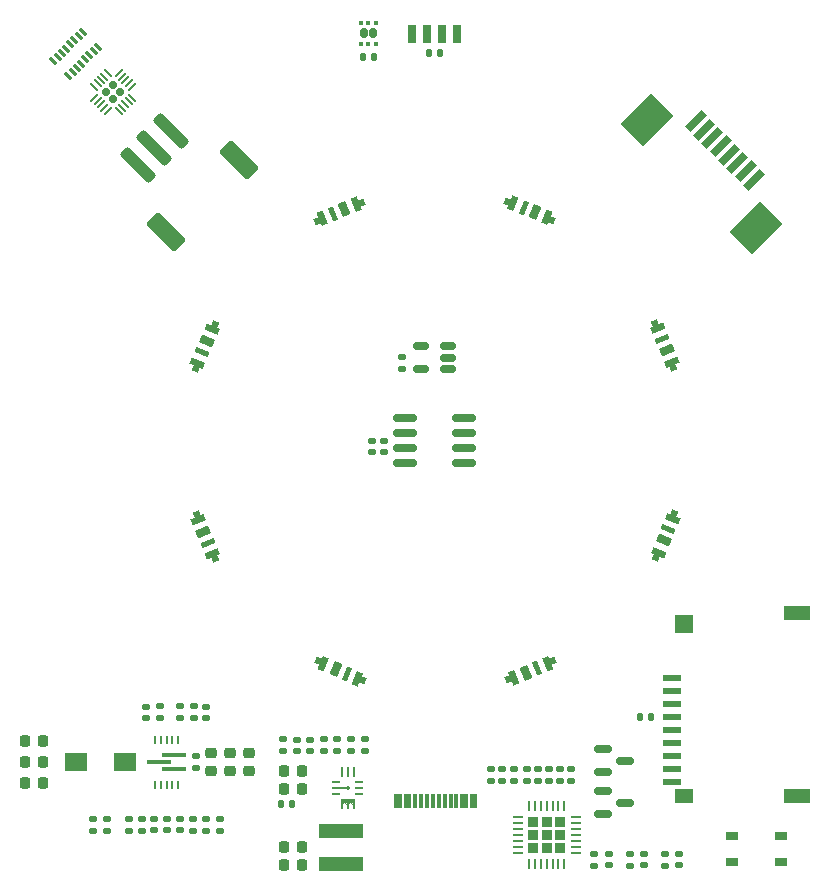
<source format=gbr>
%TF.GenerationSoftware,KiCad,Pcbnew,(6.0.4)*%
%TF.CreationDate,2022-07-14T17:54:29+08:00*%
%TF.ProjectId,SmartKnob_Main,536d6172-744b-46e6-9f62-5f4d61696e2e,rev?*%
%TF.SameCoordinates,Original*%
%TF.FileFunction,Paste,Top*%
%TF.FilePolarity,Positive*%
%FSLAX46Y46*%
G04 Gerber Fmt 4.6, Leading zero omitted, Abs format (unit mm)*
G04 Created by KiCad (PCBNEW (6.0.4)) date 2022-07-14 17:54:29*
%MOMM*%
%LPD*%
G01*
G04 APERTURE LIST*
G04 Aperture macros list*
%AMRoundRect*
0 Rectangle with rounded corners*
0 $1 Rounding radius*
0 $2 $3 $4 $5 $6 $7 $8 $9 X,Y pos of 4 corners*
0 Add a 4 corners polygon primitive as box body*
4,1,4,$2,$3,$4,$5,$6,$7,$8,$9,$2,$3,0*
0 Add four circle primitives for the rounded corners*
1,1,$1+$1,$2,$3*
1,1,$1+$1,$4,$5*
1,1,$1+$1,$6,$7*
1,1,$1+$1,$8,$9*
0 Add four rect primitives between the rounded corners*
20,1,$1+$1,$2,$3,$4,$5,0*
20,1,$1+$1,$4,$5,$6,$7,0*
20,1,$1+$1,$6,$7,$8,$9,0*
20,1,$1+$1,$8,$9,$2,$3,0*%
%AMRotRect*
0 Rectangle, with rotation*
0 The origin of the aperture is its center*
0 $1 length*
0 $2 width*
0 $3 Rotation angle, in degrees counterclockwise*
0 Add horizontal line*
21,1,$1,$2,0,0,$3*%
%AMOutline4P*
0 Free polygon, 4 corners , with rotation*
0 The origin of the aperture is its center*
0 number of corners: always 4*
0 $1 to $8 corner X, Y*
0 $9 Rotation angle, in degrees counterclockwise*
0 create outline with 4 corners*
4,1,4,$1,$2,$3,$4,$5,$6,$7,$8,$1,$2,$9*%
%AMFreePoly0*
4,1,9,0.499999,-0.675000,-0.050000,-0.675000,-0.050000,-0.275000,-0.500000,-0.275000,-0.500000,0.275000,-0.050000,0.275000,-0.050000,0.525000,0.500000,0.525000,0.499999,-0.675000,0.499999,-0.675000,$1*%
%AMFreePoly1*
4,1,9,0.050000,0.275000,0.500000,0.275000,0.500000,-0.275000,0.050000,-0.275000,0.050000,-0.675000,-0.500000,-0.675000,-0.500000,0.525000,0.050000,0.525000,0.050000,0.275000,0.050000,0.275000,$1*%
G04 Aperture macros list end*
%ADD10RoundRect,0.140000X-0.170000X0.140000X-0.170000X-0.140000X0.170000X-0.140000X0.170000X0.140000X0*%
%ADD11RoundRect,0.147500X0.172500X-0.147500X0.172500X0.147500X-0.172500X0.147500X-0.172500X-0.147500X0*%
%ADD12RoundRect,0.135000X0.185000X-0.135000X0.185000X0.135000X-0.185000X0.135000X-0.185000X-0.135000X0*%
%ADD13RoundRect,0.135000X-0.185000X0.135000X-0.185000X-0.135000X0.185000X-0.135000X0.185000X0.135000X0*%
%ADD14RoundRect,0.150000X-0.587500X-0.150000X0.587500X-0.150000X0.587500X0.150000X-0.587500X0.150000X0*%
%ADD15RoundRect,0.225000X-0.250000X0.225000X-0.250000X-0.225000X0.250000X-0.225000X0.250000X0.225000X0*%
%ADD16RoundRect,0.160000X-0.160000X0.245000X-0.160000X-0.245000X0.160000X-0.245000X0.160000X0.245000X0*%
%ADD17RoundRect,0.093750X-0.106250X0.093750X-0.106250X-0.093750X0.106250X-0.093750X0.106250X0.093750X0*%
%ADD18R,1.900000X1.600000*%
%ADD19RoundRect,0.150000X-0.825000X-0.150000X0.825000X-0.150000X0.825000X0.150000X-0.825000X0.150000X0*%
%ADD20RoundRect,0.140000X0.140000X0.170000X-0.140000X0.170000X-0.140000X-0.170000X0.140000X-0.170000X0*%
%ADD21FreePoly0,247.500000*%
%ADD22RotRect,0.700000X1.200000X247.500000*%
%ADD23RotRect,0.450000X1.200000X247.500000*%
%ADD24FreePoly1,247.500000*%
%ADD25RoundRect,0.225000X0.225000X0.250000X-0.225000X0.250000X-0.225000X-0.250000X0.225000X-0.250000X0*%
%ADD26R,1.050000X0.650000*%
%ADD27O,0.750000X0.250000*%
%ADD28O,0.250000X0.900000*%
%ADD29O,0.500000X0.300000*%
%ADD30Outline4P,-0.050000X-0.150000X0.050000X-0.150000X0.050000X0.150000X-0.050000X0.150000X45.000000*%
%ADD31RoundRect,0.100000X0.525000X0.100000X-0.525000X0.100000X-0.525000X-0.100000X0.525000X-0.100000X0*%
%ADD32Outline4P,-0.050000X-0.150000X0.050000X-0.150000X0.050000X0.150000X-0.050000X0.150000X315.000000*%
%ADD33Outline4P,-0.050000X-0.150000X0.050000X-0.150000X0.050000X0.150000X-0.050000X0.150000X135.000000*%
%ADD34FreePoly0,112.500000*%
%ADD35RotRect,0.700000X1.200000X112.500000*%
%ADD36RotRect,0.450000X1.200000X112.500000*%
%ADD37FreePoly1,112.500000*%
%ADD38RoundRect,0.140000X0.170000X-0.140000X0.170000X0.140000X-0.170000X0.140000X-0.170000X-0.140000X0*%
%ADD39RoundRect,0.167500X0.000000X0.236881X-0.236881X0.000000X0.000000X-0.236881X0.236881X0.000000X0*%
%ADD40RoundRect,0.050000X0.229810X0.300520X-0.300520X-0.229810X-0.229810X-0.300520X0.300520X0.229810X0*%
%ADD41RoundRect,0.050000X-0.229810X0.300520X-0.300520X0.229810X0.229810X-0.300520X0.300520X-0.229810X0*%
%ADD42FreePoly0,292.500000*%
%ADD43RotRect,0.700000X1.200000X292.500000*%
%ADD44RotRect,0.450000X1.200000X292.500000*%
%ADD45FreePoly1,292.500000*%
%ADD46R,1.500000X0.600000*%
%ADD47R,2.200000X1.200000*%
%ADD48R,1.500000X1.200000*%
%ADD49R,1.500000X1.600000*%
%ADD50R,2.000000X0.300000*%
%ADD51R,0.250000X0.800000*%
%ADD52FreePoly0,67.500000*%
%ADD53RotRect,0.700000X1.200000X67.500000*%
%ADD54RotRect,0.450000X1.200000X67.500000*%
%ADD55FreePoly1,67.500000*%
%ADD56R,3.700000X1.200000*%
%ADD57R,0.300000X1.150000*%
%ADD58RoundRect,0.150000X0.512500X0.150000X-0.512500X0.150000X-0.512500X-0.150000X0.512500X-0.150000X0*%
%ADD59R,0.700000X1.600000*%
%ADD60RotRect,0.800000X0.300000X135.000000*%
%ADD61FreePoly0,337.500000*%
%ADD62RotRect,0.700000X1.200000X337.500000*%
%ADD63RotRect,0.450000X1.200000X337.500000*%
%ADD64FreePoly1,337.500000*%
%ADD65RoundRect,0.250000X0.883883X-1.237437X1.237437X-0.883883X-0.883883X1.237437X-1.237437X0.883883X0*%
%ADD66RoundRect,0.250001X0.671751X-1.378857X1.378857X-0.671751X-0.671751X1.378857X-1.378857X0.671751X0*%
%ADD67FreePoly0,202.500000*%
%ADD68RotRect,0.700000X1.200000X202.500000*%
%ADD69RotRect,0.450000X1.200000X202.500000*%
%ADD70FreePoly1,202.500000*%
%ADD71RoundRect,0.147500X-0.172500X0.147500X-0.172500X-0.147500X0.172500X-0.147500X0.172500X0.147500X0*%
%ADD72FreePoly0,157.500000*%
%ADD73RotRect,0.700000X1.200000X157.500000*%
%ADD74RotRect,0.450000X1.200000X157.500000*%
%ADD75FreePoly1,157.500000*%
%ADD76RoundRect,0.140000X-0.140000X-0.170000X0.140000X-0.170000X0.140000X0.170000X-0.140000X0.170000X0*%
%ADD77FreePoly0,22.500000*%
%ADD78RotRect,0.700000X1.200000X22.500000*%
%ADD79RotRect,0.450000X1.200000X22.500000*%
%ADD80FreePoly1,22.500000*%
%ADD81RotRect,0.610000X2.000000X315.000000*%
%ADD82RotRect,2.680000X3.600000X315.000000*%
%ADD83RoundRect,0.225000X-0.225000X-0.225000X0.225000X-0.225000X0.225000X0.225000X-0.225000X0.225000X0*%
%ADD84RoundRect,0.062500X-0.337500X-0.062500X0.337500X-0.062500X0.337500X0.062500X-0.337500X0.062500X0*%
%ADD85RoundRect,0.062500X-0.062500X-0.337500X0.062500X-0.337500X0.062500X0.337500X-0.062500X0.337500X0*%
G04 APERTURE END LIST*
D10*
%TO.C,C36*%
X148411756Y-127020000D03*
X148411756Y-127980000D03*
%TD*%
D11*
%TO.C,D5*%
X184683829Y-130947496D03*
X184683829Y-129977496D03*
%TD*%
D12*
%TO.C,R18*%
X177770000Y-123789999D03*
X177770000Y-122769999D03*
%TD*%
D13*
%TO.C,R29*%
X141055094Y-126980000D03*
X141055094Y-128000000D03*
%TD*%
D10*
%TO.C,C33*%
X147313979Y-127020000D03*
X147313979Y-127980000D03*
%TD*%
D14*
%TO.C,Q2*%
X184187594Y-124690000D03*
X184187594Y-126590000D03*
X186062594Y-125640000D03*
%TD*%
D15*
%TO.C,C39*%
X151055094Y-121425000D03*
X151055094Y-122975000D03*
%TD*%
D12*
%TO.C,R33*%
X149519533Y-128010000D03*
X149519533Y-126990000D03*
%TD*%
D16*
%TO.C,U9*%
X163955094Y-60500000D03*
X164755094Y-60500000D03*
D17*
X165005094Y-59612500D03*
X164355094Y-59612500D03*
X163705094Y-59612500D03*
X163705094Y-61387500D03*
X164355094Y-61387500D03*
X165005094Y-61387500D03*
%TD*%
D18*
%TO.C,L2*%
X139605094Y-122200000D03*
X143705094Y-122200000D03*
%TD*%
D12*
%TO.C,R34*%
X151755094Y-128010000D03*
X151755094Y-126990000D03*
%TD*%
D19*
%TO.C,U7*%
X167480094Y-93095000D03*
X167480094Y-94365000D03*
X167480094Y-95635000D03*
X167480094Y-96905000D03*
X172430094Y-96905000D03*
X172430094Y-95635000D03*
X172430094Y-94365000D03*
X172430094Y-93095000D03*
%TD*%
D14*
%TO.C,Q1*%
X184177594Y-121120000D03*
X184177594Y-123020000D03*
X186052594Y-122070000D03*
%TD*%
D20*
%TO.C,C25*%
X164855093Y-62494999D03*
X163895093Y-62494999D03*
%TD*%
D21*
%TO.C,D7*%
X151245922Y-85348443D03*
D22*
X150660008Y-86566979D03*
D23*
X150267758Y-87513956D03*
D24*
X149868262Y-88674409D03*
%TD*%
D25*
%TO.C,C31*%
X136830088Y-120400000D03*
X135280088Y-120400000D03*
%TD*%
D26*
%TO.C,SW2*%
X195104594Y-130644999D03*
X199254594Y-130644999D03*
X195129594Y-128494999D03*
X199254594Y-128494999D03*
%TD*%
D25*
%TO.C,C1*%
X158715000Y-122990000D03*
X157165000Y-122990000D03*
%TD*%
D12*
%TO.C,R8*%
X181530000Y-123790000D03*
X181530000Y-122770000D03*
%TD*%
D13*
%TO.C,R16*%
X183483829Y-129952496D03*
X183483829Y-130972496D03*
%TD*%
D27*
%TO.C,U2*%
X163575000Y-124920000D03*
X163575000Y-124420000D03*
X163575000Y-123920000D03*
D28*
X163100000Y-123070000D03*
X162600000Y-123070000D03*
X162100000Y-123070000D03*
D27*
X161625000Y-123920000D03*
X162030000Y-124420000D03*
X162270000Y-124420000D03*
X161625000Y-124420000D03*
D29*
X162600000Y-124420000D03*
D27*
X161625000Y-124920000D03*
D30*
X162470000Y-125730000D03*
D28*
X162100000Y-125770000D03*
D31*
X162600000Y-125520000D03*
D32*
X162220000Y-125740000D03*
D33*
X162730000Y-125730000D03*
D30*
X162970000Y-125730000D03*
D28*
X162600000Y-125770000D03*
X163100000Y-125770000D03*
%TD*%
D11*
%TO.C,D1*%
X190683829Y-130947496D03*
X190683829Y-129977496D03*
%TD*%
D12*
%TO.C,R30*%
X146707094Y-118510000D03*
X146707094Y-117490000D03*
%TD*%
%TO.C,R2*%
X179650000Y-123790000D03*
X179650000Y-122770000D03*
%TD*%
D34*
%TO.C,D12*%
X190085817Y-88563546D03*
D35*
X189638485Y-87287608D03*
D36*
X189246235Y-86340631D03*
D37*
X188708157Y-85237580D03*
%TD*%
D10*
%TO.C,C9*%
X174690000Y-122800000D03*
X174690000Y-123760000D03*
%TD*%
D12*
%TO.C,NC1*%
X145155094Y-128010000D03*
X145155094Y-126990000D03*
%TD*%
D10*
%TO.C,C22*%
X165655094Y-95020000D03*
X165655094Y-95980000D03*
%TD*%
%TO.C,C24*%
X164675094Y-95020000D03*
X164675094Y-95980000D03*
%TD*%
D38*
%TO.C,C7*%
X159413333Y-121260000D03*
X159413333Y-120300000D03*
%TD*%
D39*
%TO.C,U6*%
X142149961Y-65474695D03*
X143309617Y-65474695D03*
X142729789Y-64894867D03*
X142729789Y-66054523D03*
D40*
X144320779Y-65015076D03*
X144037937Y-64732233D03*
X143755094Y-64449390D03*
X143472251Y-64166547D03*
X143189408Y-63883705D03*
D41*
X142270170Y-63883705D03*
X141987327Y-64166547D03*
X141704484Y-64449390D03*
X141421641Y-64732233D03*
X141138799Y-65015076D03*
D40*
X141138799Y-65934314D03*
X141421641Y-66217157D03*
X141704484Y-66500000D03*
X141987327Y-66782843D03*
X142270170Y-67065685D03*
D41*
X143189408Y-67065685D03*
X143472251Y-66782843D03*
X143755094Y-66500000D03*
X144037937Y-66217157D03*
X144320779Y-65934314D03*
%TD*%
D42*
%TO.C,D8*%
X149914183Y-101436454D03*
D43*
X150361515Y-102712392D03*
D44*
X150753765Y-103659369D03*
D45*
X151291843Y-104762420D03*
%TD*%
D46*
%TO.C,J2*%
X190075094Y-115075000D03*
X190075094Y-116175000D03*
X190075094Y-117275000D03*
X190075094Y-118375000D03*
X190075094Y-119475000D03*
X190075094Y-120575000D03*
X190075094Y-121675000D03*
X190075094Y-122775000D03*
X190075094Y-123875000D03*
D47*
X200675094Y-109575000D03*
X200675094Y-125075000D03*
D48*
X191075094Y-125075000D03*
D49*
X191075094Y-110475000D03*
%TD*%
D38*
%TO.C,C28*%
X167225094Y-88900000D03*
X167225094Y-87940000D03*
%TD*%
D12*
%TO.C,R14*%
X186475094Y-130990000D03*
X186475094Y-129970000D03*
%TD*%
D50*
%TO.C,U12*%
X146605094Y-122200000D03*
D51*
X146255094Y-124100000D03*
X146755094Y-124100000D03*
X147255094Y-124100000D03*
X147755094Y-124100000D03*
X148255094Y-124100000D03*
D50*
X147905094Y-122800000D03*
X147905094Y-121600000D03*
D51*
X148255094Y-120300000D03*
X147755094Y-120300000D03*
X147255094Y-120300000D03*
X146755094Y-120300000D03*
X146255094Y-120300000D03*
%TD*%
D10*
%TO.C,C32*%
X146216202Y-127020000D03*
X146216202Y-127980000D03*
%TD*%
D13*
%TO.C,R10*%
X162873331Y-120270000D03*
X162873331Y-121290000D03*
%TD*%
D52*
%TO.C,D11*%
X188754078Y-104651557D03*
D53*
X189339992Y-103433021D03*
D54*
X189732242Y-102486044D03*
D55*
X190131738Y-101325591D03*
%TD*%
D56*
%TO.C,L1*%
X162000000Y-128000000D03*
X162000000Y-130800000D03*
%TD*%
D25*
%TO.C,C13*%
X158715000Y-130920000D03*
X157165000Y-130920000D03*
%TD*%
D57*
%TO.C,J1*%
X166700000Y-125530000D03*
X167500000Y-125530000D03*
X168800000Y-125530000D03*
X169800000Y-125530000D03*
X170300000Y-125530000D03*
X171300000Y-125530000D03*
X172600000Y-125530000D03*
X173400000Y-125530000D03*
X173100000Y-125530000D03*
X172300000Y-125530000D03*
X171800000Y-125530000D03*
X170800000Y-125530000D03*
X169300000Y-125530000D03*
X168300000Y-125530000D03*
X167800000Y-125530000D03*
X167000000Y-125530000D03*
%TD*%
D38*
%TO.C,C10*%
X176690000Y-123760000D03*
X176690000Y-122800000D03*
%TD*%
D25*
%TO.C,C29*%
X136830094Y-124000000D03*
X135280094Y-124000000D03*
%TD*%
D12*
%TO.C,R3*%
X178710000Y-123790000D03*
X178710000Y-122770000D03*
%TD*%
D13*
%TO.C,R32*%
X149555094Y-117490000D03*
X149555094Y-118510000D03*
%TD*%
D10*
%TO.C,C8*%
X175620000Y-122800000D03*
X175620000Y-123760000D03*
%TD*%
D58*
%TO.C,U4*%
X171092594Y-88900000D03*
X171092594Y-87950000D03*
X171092594Y-87000000D03*
X168817594Y-87000000D03*
X168817594Y-88900000D03*
%TD*%
D59*
%TO.C,U8*%
X168040094Y-60547500D03*
X169310094Y-60547500D03*
X170580094Y-60547500D03*
X171850094Y-60547500D03*
%TD*%
D13*
%TO.C,R6*%
X157110001Y-120270000D03*
X157110001Y-121290000D03*
%TD*%
D12*
%TO.C,R17*%
X180590000Y-123789999D03*
X180590000Y-122769999D03*
%TD*%
D60*
%TO.C,RN1*%
X138954053Y-64123833D03*
X139307607Y-63770280D03*
X139661160Y-63416726D03*
X140014713Y-63063173D03*
X140368267Y-62709619D03*
X140721820Y-62356066D03*
X141075374Y-62002513D03*
X141428927Y-61648959D03*
X140156135Y-60376167D03*
X139802581Y-60729720D03*
X139449028Y-61083274D03*
X139095475Y-61436827D03*
X138741921Y-61790381D03*
X138388368Y-62143934D03*
X138034814Y-62497487D03*
X137681261Y-62851041D03*
%TD*%
D61*
%TO.C,D9*%
X160348443Y-113754078D03*
D62*
X161566979Y-114339992D03*
D63*
X162513956Y-114732242D03*
D64*
X163674409Y-115131738D03*
%TD*%
D12*
%TO.C,NC2*%
X144055094Y-128010000D03*
X144055094Y-126990000D03*
%TD*%
%TO.C,R28*%
X142172871Y-128000000D03*
X142172871Y-126980000D03*
%TD*%
D65*
%TO.C,J3*%
X144810880Y-71634213D03*
X146225094Y-70220000D03*
X147639307Y-68805786D03*
D66*
X153366872Y-71209949D03*
X147215043Y-77361778D03*
%TD*%
D20*
%TO.C,C20*%
X188312594Y-118375000D03*
X187352594Y-118375000D03*
%TD*%
D67*
%TO.C,D6*%
X163563546Y-74914183D03*
D68*
X162287608Y-75361515D03*
D69*
X161340631Y-75753765D03*
D70*
X160237580Y-76291843D03*
%TD*%
D10*
%TO.C,C34*%
X145555094Y-117520000D03*
X145555094Y-118480000D03*
%TD*%
D71*
%TO.C,D3*%
X158266667Y-120292500D03*
X158266667Y-121262500D03*
%TD*%
D13*
%TO.C,R7*%
X161716665Y-120270000D03*
X161716665Y-121290000D03*
%TD*%
D12*
%TO.C,R31*%
X148393094Y-118510000D03*
X148393094Y-117490000D03*
%TD*%
D10*
%TO.C,C35*%
X150555094Y-117520000D03*
X150555094Y-118480000D03*
%TD*%
D12*
%TO.C,R13*%
X189475094Y-130990000D03*
X189475094Y-129970000D03*
%TD*%
D13*
%TO.C,R35*%
X150637310Y-126990000D03*
X150637310Y-128010000D03*
%TD*%
D72*
%TO.C,D13*%
X179651557Y-76245922D03*
D73*
X178433021Y-75660008D03*
D74*
X177486044Y-75267758D03*
D75*
X176325591Y-74868262D03*
%TD*%
D76*
%TO.C,C27*%
X169470094Y-62200000D03*
X170430094Y-62200000D03*
%TD*%
D15*
%TO.C,C37*%
X154255094Y-121425000D03*
X154255094Y-122975000D03*
%TD*%
D77*
%TO.C,D10*%
X176436454Y-115085817D03*
D78*
X177712392Y-114638485D03*
D79*
X178659369Y-114246235D03*
D80*
X179762420Y-113708157D03*
%TD*%
D11*
%TO.C,D2*%
X187683829Y-130947496D03*
X187683829Y-129977496D03*
%TD*%
D25*
%TO.C,C30*%
X136830094Y-122200000D03*
X135280094Y-122200000D03*
%TD*%
D15*
%TO.C,C38*%
X152655094Y-121425000D03*
X152655094Y-122975000D03*
%TD*%
D81*
%TO.C,J7*%
X192061160Y-67944187D03*
X192768267Y-68651294D03*
X193475374Y-69358401D03*
X194182481Y-70065507D03*
X194889588Y-70772614D03*
X195596694Y-71479721D03*
X196303801Y-72186828D03*
X197010908Y-72893935D03*
D82*
X197145258Y-76988083D03*
X187967012Y-67809837D03*
%TD*%
D20*
%TO.C,C4*%
X157910001Y-125760000D03*
X156950001Y-125760000D03*
%TD*%
D25*
%TO.C,C11*%
X158715000Y-129360000D03*
X157165000Y-129360000D03*
%TD*%
D10*
%TO.C,C40*%
X149755094Y-121720000D03*
X149755094Y-122680000D03*
%TD*%
D83*
%TO.C,U3*%
X178320000Y-128370000D03*
X179440000Y-127250000D03*
X179440000Y-128370000D03*
X179440000Y-129490000D03*
X180560000Y-128370000D03*
X180560000Y-127250000D03*
X178320000Y-129490000D03*
X178320000Y-127250000D03*
X180560000Y-129490000D03*
D84*
X176990000Y-126870000D03*
X176990000Y-127370000D03*
X176990000Y-127870000D03*
X176990000Y-128370000D03*
X176990000Y-128870000D03*
X176990000Y-129370000D03*
X176990000Y-129870000D03*
D85*
X177940000Y-130820000D03*
X178440000Y-130820000D03*
X178940000Y-130820000D03*
X179440000Y-130820000D03*
X179940000Y-130820000D03*
X180440000Y-130820000D03*
X180940000Y-130820000D03*
D84*
X181890000Y-129870000D03*
X181890000Y-129370000D03*
X181890000Y-128870000D03*
X181890000Y-128370000D03*
X181890000Y-127870000D03*
X181890000Y-127370000D03*
X181890000Y-126870000D03*
D85*
X180940000Y-125920000D03*
X180440000Y-125920000D03*
X179940000Y-125920000D03*
X179440000Y-125920000D03*
X178940000Y-125920000D03*
X178440000Y-125920000D03*
X177940000Y-125920000D03*
%TD*%
D25*
%TO.C,C2*%
X158715000Y-124450000D03*
X157165000Y-124450000D03*
%TD*%
D12*
%TO.C,R5*%
X160559999Y-121290000D03*
X160559999Y-120270000D03*
%TD*%
%TO.C,R11*%
X164030000Y-121290000D03*
X164030000Y-120270000D03*
%TD*%
M02*

</source>
